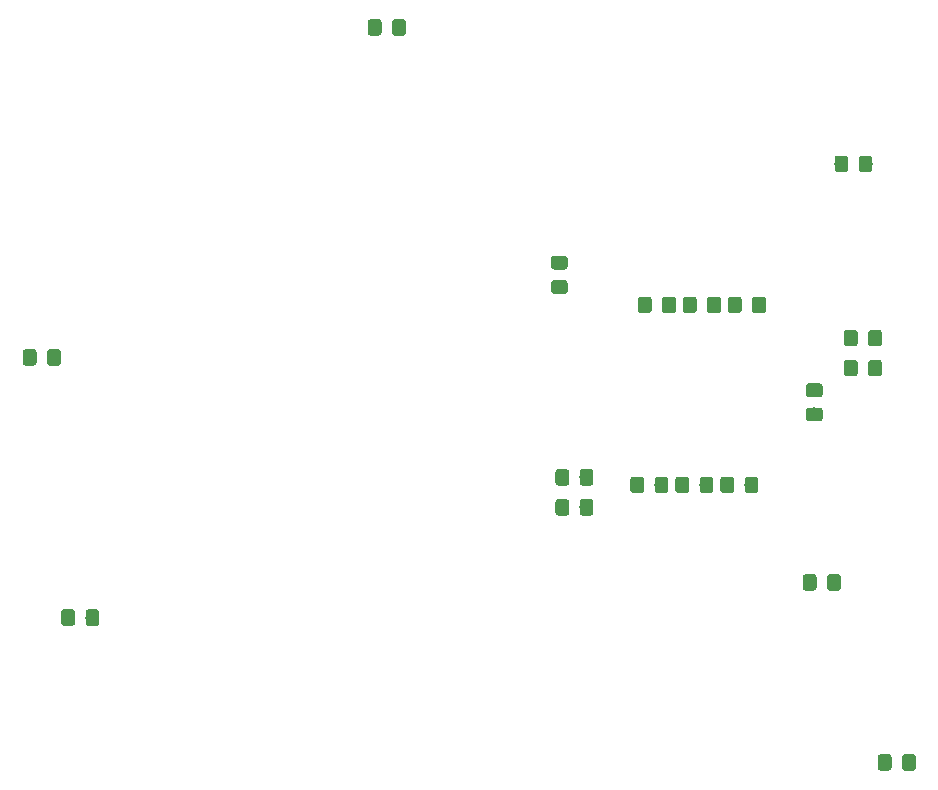
<source format=gbr>
G04 #@! TF.GenerationSoftware,KiCad,Pcbnew,(5.0.2)-1*
G04 #@! TF.CreationDate,2019-09-25T07:06:17-04:00*
G04 #@! TF.ProjectId,Z80_CPU,5a38305f-4350-4552-9e6b-696361645f70,rev?*
G04 #@! TF.SameCoordinates,Original*
G04 #@! TF.FileFunction,Paste,Bot*
G04 #@! TF.FilePolarity,Positive*
%FSLAX46Y46*%
G04 Gerber Fmt 4.6, Leading zero omitted, Abs format (unit mm)*
G04 Created by KiCad (PCBNEW (5.0.2)-1) date 9/25/2019 7:06:17 AM*
%MOMM*%
%LPD*%
G01*
G04 APERTURE LIST*
%ADD10C,0.100000*%
%ADD11C,1.150000*%
G04 APERTURE END LIST*
D10*
G04 #@! TO.C,C1*
G36*
X57744505Y-57086204D02*
X57768773Y-57089804D01*
X57792572Y-57095765D01*
X57815671Y-57104030D01*
X57837850Y-57114520D01*
X57858893Y-57127132D01*
X57878599Y-57141747D01*
X57896777Y-57158223D01*
X57913253Y-57176401D01*
X57927868Y-57196107D01*
X57940480Y-57217150D01*
X57950970Y-57239329D01*
X57959235Y-57262428D01*
X57965196Y-57286227D01*
X57968796Y-57310495D01*
X57970000Y-57334999D01*
X57970000Y-58235001D01*
X57968796Y-58259505D01*
X57965196Y-58283773D01*
X57959235Y-58307572D01*
X57950970Y-58330671D01*
X57940480Y-58352850D01*
X57927868Y-58373893D01*
X57913253Y-58393599D01*
X57896777Y-58411777D01*
X57878599Y-58428253D01*
X57858893Y-58442868D01*
X57837850Y-58455480D01*
X57815671Y-58465970D01*
X57792572Y-58474235D01*
X57768773Y-58480196D01*
X57744505Y-58483796D01*
X57720001Y-58485000D01*
X57069999Y-58485000D01*
X57045495Y-58483796D01*
X57021227Y-58480196D01*
X56997428Y-58474235D01*
X56974329Y-58465970D01*
X56952150Y-58455480D01*
X56931107Y-58442868D01*
X56911401Y-58428253D01*
X56893223Y-58411777D01*
X56876747Y-58393599D01*
X56862132Y-58373893D01*
X56849520Y-58352850D01*
X56839030Y-58330671D01*
X56830765Y-58307572D01*
X56824804Y-58283773D01*
X56821204Y-58259505D01*
X56820000Y-58235001D01*
X56820000Y-57334999D01*
X56821204Y-57310495D01*
X56824804Y-57286227D01*
X56830765Y-57262428D01*
X56839030Y-57239329D01*
X56849520Y-57217150D01*
X56862132Y-57196107D01*
X56876747Y-57176401D01*
X56893223Y-57158223D01*
X56911401Y-57141747D01*
X56931107Y-57127132D01*
X56952150Y-57114520D01*
X56974329Y-57104030D01*
X56997428Y-57095765D01*
X57021227Y-57089804D01*
X57045495Y-57086204D01*
X57069999Y-57085000D01*
X57720001Y-57085000D01*
X57744505Y-57086204D01*
X57744505Y-57086204D01*
G37*
D11*
X57395000Y-57785000D03*
D10*
G36*
X59794505Y-57086204D02*
X59818773Y-57089804D01*
X59842572Y-57095765D01*
X59865671Y-57104030D01*
X59887850Y-57114520D01*
X59908893Y-57127132D01*
X59928599Y-57141747D01*
X59946777Y-57158223D01*
X59963253Y-57176401D01*
X59977868Y-57196107D01*
X59990480Y-57217150D01*
X60000970Y-57239329D01*
X60009235Y-57262428D01*
X60015196Y-57286227D01*
X60018796Y-57310495D01*
X60020000Y-57334999D01*
X60020000Y-58235001D01*
X60018796Y-58259505D01*
X60015196Y-58283773D01*
X60009235Y-58307572D01*
X60000970Y-58330671D01*
X59990480Y-58352850D01*
X59977868Y-58373893D01*
X59963253Y-58393599D01*
X59946777Y-58411777D01*
X59928599Y-58428253D01*
X59908893Y-58442868D01*
X59887850Y-58455480D01*
X59865671Y-58465970D01*
X59842572Y-58474235D01*
X59818773Y-58480196D01*
X59794505Y-58483796D01*
X59770001Y-58485000D01*
X59119999Y-58485000D01*
X59095495Y-58483796D01*
X59071227Y-58480196D01*
X59047428Y-58474235D01*
X59024329Y-58465970D01*
X59002150Y-58455480D01*
X58981107Y-58442868D01*
X58961401Y-58428253D01*
X58943223Y-58411777D01*
X58926747Y-58393599D01*
X58912132Y-58373893D01*
X58899520Y-58352850D01*
X58889030Y-58330671D01*
X58880765Y-58307572D01*
X58874804Y-58283773D01*
X58871204Y-58259505D01*
X58870000Y-58235001D01*
X58870000Y-57334999D01*
X58871204Y-57310495D01*
X58874804Y-57286227D01*
X58880765Y-57262428D01*
X58889030Y-57239329D01*
X58899520Y-57217150D01*
X58912132Y-57196107D01*
X58926747Y-57176401D01*
X58943223Y-57158223D01*
X58961401Y-57141747D01*
X58981107Y-57127132D01*
X59002150Y-57114520D01*
X59024329Y-57104030D01*
X59047428Y-57095765D01*
X59071227Y-57089804D01*
X59095495Y-57086204D01*
X59119999Y-57085000D01*
X59770001Y-57085000D01*
X59794505Y-57086204D01*
X59794505Y-57086204D01*
G37*
D11*
X59445000Y-57785000D03*
G04 #@! TD*
D10*
G04 #@! TO.C,C2*
G36*
X71714505Y-57721204D02*
X71738773Y-57724804D01*
X71762572Y-57730765D01*
X71785671Y-57739030D01*
X71807850Y-57749520D01*
X71828893Y-57762132D01*
X71848599Y-57776747D01*
X71866777Y-57793223D01*
X71883253Y-57811401D01*
X71897868Y-57831107D01*
X71910480Y-57852150D01*
X71920970Y-57874329D01*
X71929235Y-57897428D01*
X71935196Y-57921227D01*
X71938796Y-57945495D01*
X71940000Y-57969999D01*
X71940000Y-58870001D01*
X71938796Y-58894505D01*
X71935196Y-58918773D01*
X71929235Y-58942572D01*
X71920970Y-58965671D01*
X71910480Y-58987850D01*
X71897868Y-59008893D01*
X71883253Y-59028599D01*
X71866777Y-59046777D01*
X71848599Y-59063253D01*
X71828893Y-59077868D01*
X71807850Y-59090480D01*
X71785671Y-59100970D01*
X71762572Y-59109235D01*
X71738773Y-59115196D01*
X71714505Y-59118796D01*
X71690001Y-59120000D01*
X71039999Y-59120000D01*
X71015495Y-59118796D01*
X70991227Y-59115196D01*
X70967428Y-59109235D01*
X70944329Y-59100970D01*
X70922150Y-59090480D01*
X70901107Y-59077868D01*
X70881401Y-59063253D01*
X70863223Y-59046777D01*
X70846747Y-59028599D01*
X70832132Y-59008893D01*
X70819520Y-58987850D01*
X70809030Y-58965671D01*
X70800765Y-58942572D01*
X70794804Y-58918773D01*
X70791204Y-58894505D01*
X70790000Y-58870001D01*
X70790000Y-57969999D01*
X70791204Y-57945495D01*
X70794804Y-57921227D01*
X70800765Y-57897428D01*
X70809030Y-57874329D01*
X70819520Y-57852150D01*
X70832132Y-57831107D01*
X70846747Y-57811401D01*
X70863223Y-57793223D01*
X70881401Y-57776747D01*
X70901107Y-57762132D01*
X70922150Y-57749520D01*
X70944329Y-57739030D01*
X70967428Y-57730765D01*
X70991227Y-57724804D01*
X71015495Y-57721204D01*
X71039999Y-57720000D01*
X71690001Y-57720000D01*
X71714505Y-57721204D01*
X71714505Y-57721204D01*
G37*
D11*
X71365000Y-58420000D03*
D10*
G36*
X73764505Y-57721204D02*
X73788773Y-57724804D01*
X73812572Y-57730765D01*
X73835671Y-57739030D01*
X73857850Y-57749520D01*
X73878893Y-57762132D01*
X73898599Y-57776747D01*
X73916777Y-57793223D01*
X73933253Y-57811401D01*
X73947868Y-57831107D01*
X73960480Y-57852150D01*
X73970970Y-57874329D01*
X73979235Y-57897428D01*
X73985196Y-57921227D01*
X73988796Y-57945495D01*
X73990000Y-57969999D01*
X73990000Y-58870001D01*
X73988796Y-58894505D01*
X73985196Y-58918773D01*
X73979235Y-58942572D01*
X73970970Y-58965671D01*
X73960480Y-58987850D01*
X73947868Y-59008893D01*
X73933253Y-59028599D01*
X73916777Y-59046777D01*
X73898599Y-59063253D01*
X73878893Y-59077868D01*
X73857850Y-59090480D01*
X73835671Y-59100970D01*
X73812572Y-59109235D01*
X73788773Y-59115196D01*
X73764505Y-59118796D01*
X73740001Y-59120000D01*
X73089999Y-59120000D01*
X73065495Y-59118796D01*
X73041227Y-59115196D01*
X73017428Y-59109235D01*
X72994329Y-59100970D01*
X72972150Y-59090480D01*
X72951107Y-59077868D01*
X72931401Y-59063253D01*
X72913223Y-59046777D01*
X72896747Y-59028599D01*
X72882132Y-59008893D01*
X72869520Y-58987850D01*
X72859030Y-58965671D01*
X72850765Y-58942572D01*
X72844804Y-58918773D01*
X72841204Y-58894505D01*
X72840000Y-58870001D01*
X72840000Y-57969999D01*
X72841204Y-57945495D01*
X72844804Y-57921227D01*
X72850765Y-57897428D01*
X72859030Y-57874329D01*
X72869520Y-57852150D01*
X72882132Y-57831107D01*
X72896747Y-57811401D01*
X72913223Y-57793223D01*
X72931401Y-57776747D01*
X72951107Y-57762132D01*
X72972150Y-57749520D01*
X72994329Y-57739030D01*
X73017428Y-57730765D01*
X73041227Y-57724804D01*
X73065495Y-57721204D01*
X73089999Y-57720000D01*
X73740001Y-57720000D01*
X73764505Y-57721204D01*
X73764505Y-57721204D01*
G37*
D11*
X73415000Y-58420000D03*
G04 #@! TD*
D10*
G04 #@! TO.C,C3*
G36*
X72349505Y-42481204D02*
X72373773Y-42484804D01*
X72397572Y-42490765D01*
X72420671Y-42499030D01*
X72442850Y-42509520D01*
X72463893Y-42522132D01*
X72483599Y-42536747D01*
X72501777Y-42553223D01*
X72518253Y-42571401D01*
X72532868Y-42591107D01*
X72545480Y-42612150D01*
X72555970Y-42634329D01*
X72564235Y-42657428D01*
X72570196Y-42681227D01*
X72573796Y-42705495D01*
X72575000Y-42729999D01*
X72575000Y-43630001D01*
X72573796Y-43654505D01*
X72570196Y-43678773D01*
X72564235Y-43702572D01*
X72555970Y-43725671D01*
X72545480Y-43747850D01*
X72532868Y-43768893D01*
X72518253Y-43788599D01*
X72501777Y-43806777D01*
X72483599Y-43823253D01*
X72463893Y-43837868D01*
X72442850Y-43850480D01*
X72420671Y-43860970D01*
X72397572Y-43869235D01*
X72373773Y-43875196D01*
X72349505Y-43878796D01*
X72325001Y-43880000D01*
X71674999Y-43880000D01*
X71650495Y-43878796D01*
X71626227Y-43875196D01*
X71602428Y-43869235D01*
X71579329Y-43860970D01*
X71557150Y-43850480D01*
X71536107Y-43837868D01*
X71516401Y-43823253D01*
X71498223Y-43806777D01*
X71481747Y-43788599D01*
X71467132Y-43768893D01*
X71454520Y-43747850D01*
X71444030Y-43725671D01*
X71435765Y-43702572D01*
X71429804Y-43678773D01*
X71426204Y-43654505D01*
X71425000Y-43630001D01*
X71425000Y-42729999D01*
X71426204Y-42705495D01*
X71429804Y-42681227D01*
X71435765Y-42657428D01*
X71444030Y-42634329D01*
X71454520Y-42612150D01*
X71467132Y-42591107D01*
X71481747Y-42571401D01*
X71498223Y-42553223D01*
X71516401Y-42536747D01*
X71536107Y-42522132D01*
X71557150Y-42509520D01*
X71579329Y-42499030D01*
X71602428Y-42490765D01*
X71626227Y-42484804D01*
X71650495Y-42481204D01*
X71674999Y-42480000D01*
X72325001Y-42480000D01*
X72349505Y-42481204D01*
X72349505Y-42481204D01*
G37*
D11*
X72000000Y-43180000D03*
D10*
G36*
X74399505Y-42481204D02*
X74423773Y-42484804D01*
X74447572Y-42490765D01*
X74470671Y-42499030D01*
X74492850Y-42509520D01*
X74513893Y-42522132D01*
X74533599Y-42536747D01*
X74551777Y-42553223D01*
X74568253Y-42571401D01*
X74582868Y-42591107D01*
X74595480Y-42612150D01*
X74605970Y-42634329D01*
X74614235Y-42657428D01*
X74620196Y-42681227D01*
X74623796Y-42705495D01*
X74625000Y-42729999D01*
X74625000Y-43630001D01*
X74623796Y-43654505D01*
X74620196Y-43678773D01*
X74614235Y-43702572D01*
X74605970Y-43725671D01*
X74595480Y-43747850D01*
X74582868Y-43768893D01*
X74568253Y-43788599D01*
X74551777Y-43806777D01*
X74533599Y-43823253D01*
X74513893Y-43837868D01*
X74492850Y-43850480D01*
X74470671Y-43860970D01*
X74447572Y-43869235D01*
X74423773Y-43875196D01*
X74399505Y-43878796D01*
X74375001Y-43880000D01*
X73724999Y-43880000D01*
X73700495Y-43878796D01*
X73676227Y-43875196D01*
X73652428Y-43869235D01*
X73629329Y-43860970D01*
X73607150Y-43850480D01*
X73586107Y-43837868D01*
X73566401Y-43823253D01*
X73548223Y-43806777D01*
X73531747Y-43788599D01*
X73517132Y-43768893D01*
X73504520Y-43747850D01*
X73494030Y-43725671D01*
X73485765Y-43702572D01*
X73479804Y-43678773D01*
X73476204Y-43654505D01*
X73475000Y-43630001D01*
X73475000Y-42729999D01*
X73476204Y-42705495D01*
X73479804Y-42681227D01*
X73485765Y-42657428D01*
X73494030Y-42634329D01*
X73504520Y-42612150D01*
X73517132Y-42591107D01*
X73531747Y-42571401D01*
X73548223Y-42553223D01*
X73566401Y-42536747D01*
X73586107Y-42522132D01*
X73607150Y-42509520D01*
X73629329Y-42499030D01*
X73652428Y-42490765D01*
X73676227Y-42484804D01*
X73700495Y-42481204D01*
X73724999Y-42480000D01*
X74375001Y-42480000D01*
X74399505Y-42481204D01*
X74399505Y-42481204D01*
G37*
D11*
X74050000Y-43180000D03*
G04 #@! TD*
D10*
G04 #@! TO.C,C4*
G36*
X84228650Y-47845933D02*
X84252918Y-47849533D01*
X84276717Y-47855494D01*
X84299816Y-47863759D01*
X84321995Y-47874249D01*
X84343038Y-47886861D01*
X84362744Y-47901476D01*
X84380922Y-47917952D01*
X84397398Y-47936130D01*
X84412013Y-47955836D01*
X84424625Y-47976879D01*
X84435115Y-47999058D01*
X84443380Y-48022157D01*
X84449341Y-48045956D01*
X84452941Y-48070224D01*
X84454145Y-48094728D01*
X84454145Y-48994730D01*
X84452941Y-49019234D01*
X84449341Y-49043502D01*
X84443380Y-49067301D01*
X84435115Y-49090400D01*
X84424625Y-49112579D01*
X84412013Y-49133622D01*
X84397398Y-49153328D01*
X84380922Y-49171506D01*
X84362744Y-49187982D01*
X84343038Y-49202597D01*
X84321995Y-49215209D01*
X84299816Y-49225699D01*
X84276717Y-49233964D01*
X84252918Y-49239925D01*
X84228650Y-49243525D01*
X84204146Y-49244729D01*
X83554144Y-49244729D01*
X83529640Y-49243525D01*
X83505372Y-49239925D01*
X83481573Y-49233964D01*
X83458474Y-49225699D01*
X83436295Y-49215209D01*
X83415252Y-49202597D01*
X83395546Y-49187982D01*
X83377368Y-49171506D01*
X83360892Y-49153328D01*
X83346277Y-49133622D01*
X83333665Y-49112579D01*
X83323175Y-49090400D01*
X83314910Y-49067301D01*
X83308949Y-49043502D01*
X83305349Y-49019234D01*
X83304145Y-48994730D01*
X83304145Y-48094728D01*
X83305349Y-48070224D01*
X83308949Y-48045956D01*
X83314910Y-48022157D01*
X83323175Y-47999058D01*
X83333665Y-47976879D01*
X83346277Y-47955836D01*
X83360892Y-47936130D01*
X83377368Y-47917952D01*
X83395546Y-47901476D01*
X83415252Y-47886861D01*
X83436295Y-47874249D01*
X83458474Y-47863759D01*
X83481573Y-47855494D01*
X83505372Y-47849533D01*
X83529640Y-47845933D01*
X83554144Y-47844729D01*
X84204146Y-47844729D01*
X84228650Y-47845933D01*
X84228650Y-47845933D01*
G37*
D11*
X83879145Y-48544729D03*
D10*
G36*
X82178650Y-47845933D02*
X82202918Y-47849533D01*
X82226717Y-47855494D01*
X82249816Y-47863759D01*
X82271995Y-47874249D01*
X82293038Y-47886861D01*
X82312744Y-47901476D01*
X82330922Y-47917952D01*
X82347398Y-47936130D01*
X82362013Y-47955836D01*
X82374625Y-47976879D01*
X82385115Y-47999058D01*
X82393380Y-48022157D01*
X82399341Y-48045956D01*
X82402941Y-48070224D01*
X82404145Y-48094728D01*
X82404145Y-48994730D01*
X82402941Y-49019234D01*
X82399341Y-49043502D01*
X82393380Y-49067301D01*
X82385115Y-49090400D01*
X82374625Y-49112579D01*
X82362013Y-49133622D01*
X82347398Y-49153328D01*
X82330922Y-49171506D01*
X82312744Y-49187982D01*
X82293038Y-49202597D01*
X82271995Y-49215209D01*
X82249816Y-49225699D01*
X82226717Y-49233964D01*
X82202918Y-49239925D01*
X82178650Y-49243525D01*
X82154146Y-49244729D01*
X81504144Y-49244729D01*
X81479640Y-49243525D01*
X81455372Y-49239925D01*
X81431573Y-49233964D01*
X81408474Y-49225699D01*
X81386295Y-49215209D01*
X81365252Y-49202597D01*
X81345546Y-49187982D01*
X81327368Y-49171506D01*
X81310892Y-49153328D01*
X81296277Y-49133622D01*
X81283665Y-49112579D01*
X81273175Y-49090400D01*
X81264910Y-49067301D01*
X81258949Y-49043502D01*
X81255349Y-49019234D01*
X81254145Y-48994730D01*
X81254145Y-48094728D01*
X81255349Y-48070224D01*
X81258949Y-48045956D01*
X81264910Y-48022157D01*
X81273175Y-47999058D01*
X81283665Y-47976879D01*
X81296277Y-47955836D01*
X81310892Y-47936130D01*
X81327368Y-47917952D01*
X81345546Y-47901476D01*
X81365252Y-47886861D01*
X81386295Y-47874249D01*
X81408474Y-47863759D01*
X81431573Y-47855494D01*
X81455372Y-47849533D01*
X81479640Y-47845933D01*
X81504144Y-47844729D01*
X82154146Y-47844729D01*
X82178650Y-47845933D01*
X82178650Y-47845933D01*
G37*
D11*
X81829145Y-48544729D03*
G04 #@! TD*
D10*
G04 #@! TO.C,C5*
G36*
X79214505Y-51886204D02*
X79238773Y-51889804D01*
X79262572Y-51895765D01*
X79285671Y-51904030D01*
X79307850Y-51914520D01*
X79328893Y-51927132D01*
X79348599Y-51941747D01*
X79366777Y-51958223D01*
X79383253Y-51976401D01*
X79397868Y-51996107D01*
X79410480Y-52017150D01*
X79420970Y-52039329D01*
X79429235Y-52062428D01*
X79435196Y-52086227D01*
X79438796Y-52110495D01*
X79440000Y-52134999D01*
X79440000Y-52785001D01*
X79438796Y-52809505D01*
X79435196Y-52833773D01*
X79429235Y-52857572D01*
X79420970Y-52880671D01*
X79410480Y-52902850D01*
X79397868Y-52923893D01*
X79383253Y-52943599D01*
X79366777Y-52961777D01*
X79348599Y-52978253D01*
X79328893Y-52992868D01*
X79307850Y-53005480D01*
X79285671Y-53015970D01*
X79262572Y-53024235D01*
X79238773Y-53030196D01*
X79214505Y-53033796D01*
X79190001Y-53035000D01*
X78289999Y-53035000D01*
X78265495Y-53033796D01*
X78241227Y-53030196D01*
X78217428Y-53024235D01*
X78194329Y-53015970D01*
X78172150Y-53005480D01*
X78151107Y-52992868D01*
X78131401Y-52978253D01*
X78113223Y-52961777D01*
X78096747Y-52943599D01*
X78082132Y-52923893D01*
X78069520Y-52902850D01*
X78059030Y-52880671D01*
X78050765Y-52857572D01*
X78044804Y-52833773D01*
X78041204Y-52809505D01*
X78040000Y-52785001D01*
X78040000Y-52134999D01*
X78041204Y-52110495D01*
X78044804Y-52086227D01*
X78050765Y-52062428D01*
X78059030Y-52039329D01*
X78069520Y-52017150D01*
X78082132Y-51996107D01*
X78096747Y-51976401D01*
X78113223Y-51958223D01*
X78131401Y-51941747D01*
X78151107Y-51927132D01*
X78172150Y-51914520D01*
X78194329Y-51904030D01*
X78217428Y-51895765D01*
X78241227Y-51889804D01*
X78265495Y-51886204D01*
X78289999Y-51885000D01*
X79190001Y-51885000D01*
X79214505Y-51886204D01*
X79214505Y-51886204D01*
G37*
D11*
X78740000Y-52460000D03*
D10*
G36*
X79214505Y-49836204D02*
X79238773Y-49839804D01*
X79262572Y-49845765D01*
X79285671Y-49854030D01*
X79307850Y-49864520D01*
X79328893Y-49877132D01*
X79348599Y-49891747D01*
X79366777Y-49908223D01*
X79383253Y-49926401D01*
X79397868Y-49946107D01*
X79410480Y-49967150D01*
X79420970Y-49989329D01*
X79429235Y-50012428D01*
X79435196Y-50036227D01*
X79438796Y-50060495D01*
X79440000Y-50084999D01*
X79440000Y-50735001D01*
X79438796Y-50759505D01*
X79435196Y-50783773D01*
X79429235Y-50807572D01*
X79420970Y-50830671D01*
X79410480Y-50852850D01*
X79397868Y-50873893D01*
X79383253Y-50893599D01*
X79366777Y-50911777D01*
X79348599Y-50928253D01*
X79328893Y-50942868D01*
X79307850Y-50955480D01*
X79285671Y-50965970D01*
X79262572Y-50974235D01*
X79238773Y-50980196D01*
X79214505Y-50983796D01*
X79190001Y-50985000D01*
X78289999Y-50985000D01*
X78265495Y-50983796D01*
X78241227Y-50980196D01*
X78217428Y-50974235D01*
X78194329Y-50965970D01*
X78172150Y-50955480D01*
X78151107Y-50942868D01*
X78131401Y-50928253D01*
X78113223Y-50911777D01*
X78096747Y-50893599D01*
X78082132Y-50873893D01*
X78069520Y-50852850D01*
X78059030Y-50830671D01*
X78050765Y-50807572D01*
X78044804Y-50783773D01*
X78041204Y-50759505D01*
X78040000Y-50735001D01*
X78040000Y-50084999D01*
X78041204Y-50060495D01*
X78044804Y-50036227D01*
X78050765Y-50012428D01*
X78059030Y-49989329D01*
X78069520Y-49967150D01*
X78082132Y-49946107D01*
X78096747Y-49926401D01*
X78113223Y-49908223D01*
X78131401Y-49891747D01*
X78151107Y-49877132D01*
X78172150Y-49864520D01*
X78194329Y-49854030D01*
X78217428Y-49845765D01*
X78241227Y-49839804D01*
X78265495Y-49836204D01*
X78289999Y-49835000D01*
X79190001Y-49835000D01*
X79214505Y-49836204D01*
X79214505Y-49836204D01*
G37*
D11*
X78740000Y-50410000D03*
G04 #@! TD*
D10*
G04 #@! TO.C,C6*
G36*
X17957005Y-68960704D02*
X17981273Y-68964304D01*
X18005072Y-68970265D01*
X18028171Y-68978530D01*
X18050350Y-68989020D01*
X18071393Y-69001632D01*
X18091099Y-69016247D01*
X18109277Y-69032723D01*
X18125753Y-69050901D01*
X18140368Y-69070607D01*
X18152980Y-69091650D01*
X18163470Y-69113829D01*
X18171735Y-69136928D01*
X18177696Y-69160727D01*
X18181296Y-69184995D01*
X18182500Y-69209499D01*
X18182500Y-70109501D01*
X18181296Y-70134005D01*
X18177696Y-70158273D01*
X18171735Y-70182072D01*
X18163470Y-70205171D01*
X18152980Y-70227350D01*
X18140368Y-70248393D01*
X18125753Y-70268099D01*
X18109277Y-70286277D01*
X18091099Y-70302753D01*
X18071393Y-70317368D01*
X18050350Y-70329980D01*
X18028171Y-70340470D01*
X18005072Y-70348735D01*
X17981273Y-70354696D01*
X17957005Y-70358296D01*
X17932501Y-70359500D01*
X17282499Y-70359500D01*
X17257995Y-70358296D01*
X17233727Y-70354696D01*
X17209928Y-70348735D01*
X17186829Y-70340470D01*
X17164650Y-70329980D01*
X17143607Y-70317368D01*
X17123901Y-70302753D01*
X17105723Y-70286277D01*
X17089247Y-70268099D01*
X17074632Y-70248393D01*
X17062020Y-70227350D01*
X17051530Y-70205171D01*
X17043265Y-70182072D01*
X17037304Y-70158273D01*
X17033704Y-70134005D01*
X17032500Y-70109501D01*
X17032500Y-69209499D01*
X17033704Y-69184995D01*
X17037304Y-69160727D01*
X17043265Y-69136928D01*
X17051530Y-69113829D01*
X17062020Y-69091650D01*
X17074632Y-69070607D01*
X17089247Y-69050901D01*
X17105723Y-69032723D01*
X17123901Y-69016247D01*
X17143607Y-69001632D01*
X17164650Y-68989020D01*
X17186829Y-68978530D01*
X17209928Y-68970265D01*
X17233727Y-68964304D01*
X17257995Y-68960704D01*
X17282499Y-68959500D01*
X17932501Y-68959500D01*
X17957005Y-68960704D01*
X17957005Y-68960704D01*
G37*
D11*
X17607500Y-69659500D03*
D10*
G36*
X15907005Y-68960704D02*
X15931273Y-68964304D01*
X15955072Y-68970265D01*
X15978171Y-68978530D01*
X16000350Y-68989020D01*
X16021393Y-69001632D01*
X16041099Y-69016247D01*
X16059277Y-69032723D01*
X16075753Y-69050901D01*
X16090368Y-69070607D01*
X16102980Y-69091650D01*
X16113470Y-69113829D01*
X16121735Y-69136928D01*
X16127696Y-69160727D01*
X16131296Y-69184995D01*
X16132500Y-69209499D01*
X16132500Y-70109501D01*
X16131296Y-70134005D01*
X16127696Y-70158273D01*
X16121735Y-70182072D01*
X16113470Y-70205171D01*
X16102980Y-70227350D01*
X16090368Y-70248393D01*
X16075753Y-70268099D01*
X16059277Y-70286277D01*
X16041099Y-70302753D01*
X16021393Y-70317368D01*
X16000350Y-70329980D01*
X15978171Y-70340470D01*
X15955072Y-70348735D01*
X15931273Y-70354696D01*
X15907005Y-70358296D01*
X15882501Y-70359500D01*
X15232499Y-70359500D01*
X15207995Y-70358296D01*
X15183727Y-70354696D01*
X15159928Y-70348735D01*
X15136829Y-70340470D01*
X15114650Y-70329980D01*
X15093607Y-70317368D01*
X15073901Y-70302753D01*
X15055723Y-70286277D01*
X15039247Y-70268099D01*
X15024632Y-70248393D01*
X15012020Y-70227350D01*
X15001530Y-70205171D01*
X14993265Y-70182072D01*
X14987304Y-70158273D01*
X14983704Y-70134005D01*
X14982500Y-70109501D01*
X14982500Y-69209499D01*
X14983704Y-69184995D01*
X14987304Y-69160727D01*
X14993265Y-69136928D01*
X15001530Y-69113829D01*
X15012020Y-69091650D01*
X15024632Y-69070607D01*
X15039247Y-69050901D01*
X15055723Y-69032723D01*
X15073901Y-69016247D01*
X15093607Y-69001632D01*
X15114650Y-68989020D01*
X15136829Y-68978530D01*
X15159928Y-68970265D01*
X15183727Y-68964304D01*
X15207995Y-68960704D01*
X15232499Y-68959500D01*
X15882501Y-68959500D01*
X15907005Y-68960704D01*
X15907005Y-68960704D01*
G37*
D11*
X15557500Y-69659500D03*
G04 #@! TD*
D10*
G04 #@! TO.C,C9*
G36*
X64094505Y-57721204D02*
X64118773Y-57724804D01*
X64142572Y-57730765D01*
X64165671Y-57739030D01*
X64187850Y-57749520D01*
X64208893Y-57762132D01*
X64228599Y-57776747D01*
X64246777Y-57793223D01*
X64263253Y-57811401D01*
X64277868Y-57831107D01*
X64290480Y-57852150D01*
X64300970Y-57874329D01*
X64309235Y-57897428D01*
X64315196Y-57921227D01*
X64318796Y-57945495D01*
X64320000Y-57969999D01*
X64320000Y-58870001D01*
X64318796Y-58894505D01*
X64315196Y-58918773D01*
X64309235Y-58942572D01*
X64300970Y-58965671D01*
X64290480Y-58987850D01*
X64277868Y-59008893D01*
X64263253Y-59028599D01*
X64246777Y-59046777D01*
X64228599Y-59063253D01*
X64208893Y-59077868D01*
X64187850Y-59090480D01*
X64165671Y-59100970D01*
X64142572Y-59109235D01*
X64118773Y-59115196D01*
X64094505Y-59118796D01*
X64070001Y-59120000D01*
X63419999Y-59120000D01*
X63395495Y-59118796D01*
X63371227Y-59115196D01*
X63347428Y-59109235D01*
X63324329Y-59100970D01*
X63302150Y-59090480D01*
X63281107Y-59077868D01*
X63261401Y-59063253D01*
X63243223Y-59046777D01*
X63226747Y-59028599D01*
X63212132Y-59008893D01*
X63199520Y-58987850D01*
X63189030Y-58965671D01*
X63180765Y-58942572D01*
X63174804Y-58918773D01*
X63171204Y-58894505D01*
X63170000Y-58870001D01*
X63170000Y-57969999D01*
X63171204Y-57945495D01*
X63174804Y-57921227D01*
X63180765Y-57897428D01*
X63189030Y-57874329D01*
X63199520Y-57852150D01*
X63212132Y-57831107D01*
X63226747Y-57811401D01*
X63243223Y-57793223D01*
X63261401Y-57776747D01*
X63281107Y-57762132D01*
X63302150Y-57749520D01*
X63324329Y-57739030D01*
X63347428Y-57730765D01*
X63371227Y-57724804D01*
X63395495Y-57721204D01*
X63419999Y-57720000D01*
X64070001Y-57720000D01*
X64094505Y-57721204D01*
X64094505Y-57721204D01*
G37*
D11*
X63745000Y-58420000D03*
D10*
G36*
X66144505Y-57721204D02*
X66168773Y-57724804D01*
X66192572Y-57730765D01*
X66215671Y-57739030D01*
X66237850Y-57749520D01*
X66258893Y-57762132D01*
X66278599Y-57776747D01*
X66296777Y-57793223D01*
X66313253Y-57811401D01*
X66327868Y-57831107D01*
X66340480Y-57852150D01*
X66350970Y-57874329D01*
X66359235Y-57897428D01*
X66365196Y-57921227D01*
X66368796Y-57945495D01*
X66370000Y-57969999D01*
X66370000Y-58870001D01*
X66368796Y-58894505D01*
X66365196Y-58918773D01*
X66359235Y-58942572D01*
X66350970Y-58965671D01*
X66340480Y-58987850D01*
X66327868Y-59008893D01*
X66313253Y-59028599D01*
X66296777Y-59046777D01*
X66278599Y-59063253D01*
X66258893Y-59077868D01*
X66237850Y-59090480D01*
X66215671Y-59100970D01*
X66192572Y-59109235D01*
X66168773Y-59115196D01*
X66144505Y-59118796D01*
X66120001Y-59120000D01*
X65469999Y-59120000D01*
X65445495Y-59118796D01*
X65421227Y-59115196D01*
X65397428Y-59109235D01*
X65374329Y-59100970D01*
X65352150Y-59090480D01*
X65331107Y-59077868D01*
X65311401Y-59063253D01*
X65293223Y-59046777D01*
X65276747Y-59028599D01*
X65262132Y-59008893D01*
X65249520Y-58987850D01*
X65239030Y-58965671D01*
X65230765Y-58942572D01*
X65224804Y-58918773D01*
X65221204Y-58894505D01*
X65220000Y-58870001D01*
X65220000Y-57969999D01*
X65221204Y-57945495D01*
X65224804Y-57921227D01*
X65230765Y-57897428D01*
X65239030Y-57874329D01*
X65249520Y-57852150D01*
X65262132Y-57831107D01*
X65276747Y-57811401D01*
X65293223Y-57793223D01*
X65311401Y-57776747D01*
X65331107Y-57762132D01*
X65352150Y-57749520D01*
X65374329Y-57739030D01*
X65397428Y-57730765D01*
X65421227Y-57724804D01*
X65445495Y-57721204D01*
X65469999Y-57720000D01*
X66120001Y-57720000D01*
X66144505Y-57721204D01*
X66144505Y-57721204D01*
G37*
D11*
X65795000Y-58420000D03*
G04 #@! TD*
D10*
G04 #@! TO.C,C10*
G36*
X14709505Y-46926204D02*
X14733773Y-46929804D01*
X14757572Y-46935765D01*
X14780671Y-46944030D01*
X14802850Y-46954520D01*
X14823893Y-46967132D01*
X14843599Y-46981747D01*
X14861777Y-46998223D01*
X14878253Y-47016401D01*
X14892868Y-47036107D01*
X14905480Y-47057150D01*
X14915970Y-47079329D01*
X14924235Y-47102428D01*
X14930196Y-47126227D01*
X14933796Y-47150495D01*
X14935000Y-47174999D01*
X14935000Y-48075001D01*
X14933796Y-48099505D01*
X14930196Y-48123773D01*
X14924235Y-48147572D01*
X14915970Y-48170671D01*
X14905480Y-48192850D01*
X14892868Y-48213893D01*
X14878253Y-48233599D01*
X14861777Y-48251777D01*
X14843599Y-48268253D01*
X14823893Y-48282868D01*
X14802850Y-48295480D01*
X14780671Y-48305970D01*
X14757572Y-48314235D01*
X14733773Y-48320196D01*
X14709505Y-48323796D01*
X14685001Y-48325000D01*
X14034999Y-48325000D01*
X14010495Y-48323796D01*
X13986227Y-48320196D01*
X13962428Y-48314235D01*
X13939329Y-48305970D01*
X13917150Y-48295480D01*
X13896107Y-48282868D01*
X13876401Y-48268253D01*
X13858223Y-48251777D01*
X13841747Y-48233599D01*
X13827132Y-48213893D01*
X13814520Y-48192850D01*
X13804030Y-48170671D01*
X13795765Y-48147572D01*
X13789804Y-48123773D01*
X13786204Y-48099505D01*
X13785000Y-48075001D01*
X13785000Y-47174999D01*
X13786204Y-47150495D01*
X13789804Y-47126227D01*
X13795765Y-47102428D01*
X13804030Y-47079329D01*
X13814520Y-47057150D01*
X13827132Y-47036107D01*
X13841747Y-47016401D01*
X13858223Y-46998223D01*
X13876401Y-46981747D01*
X13896107Y-46967132D01*
X13917150Y-46954520D01*
X13939329Y-46944030D01*
X13962428Y-46935765D01*
X13986227Y-46929804D01*
X14010495Y-46926204D01*
X14034999Y-46925000D01*
X14685001Y-46925000D01*
X14709505Y-46926204D01*
X14709505Y-46926204D01*
G37*
D11*
X14360000Y-47625000D03*
D10*
G36*
X12659505Y-46926204D02*
X12683773Y-46929804D01*
X12707572Y-46935765D01*
X12730671Y-46944030D01*
X12752850Y-46954520D01*
X12773893Y-46967132D01*
X12793599Y-46981747D01*
X12811777Y-46998223D01*
X12828253Y-47016401D01*
X12842868Y-47036107D01*
X12855480Y-47057150D01*
X12865970Y-47079329D01*
X12874235Y-47102428D01*
X12880196Y-47126227D01*
X12883796Y-47150495D01*
X12885000Y-47174999D01*
X12885000Y-48075001D01*
X12883796Y-48099505D01*
X12880196Y-48123773D01*
X12874235Y-48147572D01*
X12865970Y-48170671D01*
X12855480Y-48192850D01*
X12842868Y-48213893D01*
X12828253Y-48233599D01*
X12811777Y-48251777D01*
X12793599Y-48268253D01*
X12773893Y-48282868D01*
X12752850Y-48295480D01*
X12730671Y-48305970D01*
X12707572Y-48314235D01*
X12683773Y-48320196D01*
X12659505Y-48323796D01*
X12635001Y-48325000D01*
X11984999Y-48325000D01*
X11960495Y-48323796D01*
X11936227Y-48320196D01*
X11912428Y-48314235D01*
X11889329Y-48305970D01*
X11867150Y-48295480D01*
X11846107Y-48282868D01*
X11826401Y-48268253D01*
X11808223Y-48251777D01*
X11791747Y-48233599D01*
X11777132Y-48213893D01*
X11764520Y-48192850D01*
X11754030Y-48170671D01*
X11745765Y-48147572D01*
X11739804Y-48123773D01*
X11736204Y-48099505D01*
X11735000Y-48075001D01*
X11735000Y-47174999D01*
X11736204Y-47150495D01*
X11739804Y-47126227D01*
X11745765Y-47102428D01*
X11754030Y-47079329D01*
X11764520Y-47057150D01*
X11777132Y-47036107D01*
X11791747Y-47016401D01*
X11808223Y-46998223D01*
X11826401Y-46981747D01*
X11846107Y-46967132D01*
X11867150Y-46954520D01*
X11889329Y-46944030D01*
X11912428Y-46935765D01*
X11936227Y-46929804D01*
X11960495Y-46926204D01*
X11984999Y-46925000D01*
X12635001Y-46925000D01*
X12659505Y-46926204D01*
X12659505Y-46926204D01*
G37*
D11*
X12310000Y-47625000D03*
G04 #@! TD*
D10*
G04 #@! TO.C,C11*
G36*
X78699505Y-65976204D02*
X78723773Y-65979804D01*
X78747572Y-65985765D01*
X78770671Y-65994030D01*
X78792850Y-66004520D01*
X78813893Y-66017132D01*
X78833599Y-66031747D01*
X78851777Y-66048223D01*
X78868253Y-66066401D01*
X78882868Y-66086107D01*
X78895480Y-66107150D01*
X78905970Y-66129329D01*
X78914235Y-66152428D01*
X78920196Y-66176227D01*
X78923796Y-66200495D01*
X78925000Y-66224999D01*
X78925000Y-67125001D01*
X78923796Y-67149505D01*
X78920196Y-67173773D01*
X78914235Y-67197572D01*
X78905970Y-67220671D01*
X78895480Y-67242850D01*
X78882868Y-67263893D01*
X78868253Y-67283599D01*
X78851777Y-67301777D01*
X78833599Y-67318253D01*
X78813893Y-67332868D01*
X78792850Y-67345480D01*
X78770671Y-67355970D01*
X78747572Y-67364235D01*
X78723773Y-67370196D01*
X78699505Y-67373796D01*
X78675001Y-67375000D01*
X78024999Y-67375000D01*
X78000495Y-67373796D01*
X77976227Y-67370196D01*
X77952428Y-67364235D01*
X77929329Y-67355970D01*
X77907150Y-67345480D01*
X77886107Y-67332868D01*
X77866401Y-67318253D01*
X77848223Y-67301777D01*
X77831747Y-67283599D01*
X77817132Y-67263893D01*
X77804520Y-67242850D01*
X77794030Y-67220671D01*
X77785765Y-67197572D01*
X77779804Y-67173773D01*
X77776204Y-67149505D01*
X77775000Y-67125001D01*
X77775000Y-66224999D01*
X77776204Y-66200495D01*
X77779804Y-66176227D01*
X77785765Y-66152428D01*
X77794030Y-66129329D01*
X77804520Y-66107150D01*
X77817132Y-66086107D01*
X77831747Y-66066401D01*
X77848223Y-66048223D01*
X77866401Y-66031747D01*
X77886107Y-66017132D01*
X77907150Y-66004520D01*
X77929329Y-65994030D01*
X77952428Y-65985765D01*
X77976227Y-65979804D01*
X78000495Y-65976204D01*
X78024999Y-65975000D01*
X78675001Y-65975000D01*
X78699505Y-65976204D01*
X78699505Y-65976204D01*
G37*
D11*
X78350000Y-66675000D03*
D10*
G36*
X80749505Y-65976204D02*
X80773773Y-65979804D01*
X80797572Y-65985765D01*
X80820671Y-65994030D01*
X80842850Y-66004520D01*
X80863893Y-66017132D01*
X80883599Y-66031747D01*
X80901777Y-66048223D01*
X80918253Y-66066401D01*
X80932868Y-66086107D01*
X80945480Y-66107150D01*
X80955970Y-66129329D01*
X80964235Y-66152428D01*
X80970196Y-66176227D01*
X80973796Y-66200495D01*
X80975000Y-66224999D01*
X80975000Y-67125001D01*
X80973796Y-67149505D01*
X80970196Y-67173773D01*
X80964235Y-67197572D01*
X80955970Y-67220671D01*
X80945480Y-67242850D01*
X80932868Y-67263893D01*
X80918253Y-67283599D01*
X80901777Y-67301777D01*
X80883599Y-67318253D01*
X80863893Y-67332868D01*
X80842850Y-67345480D01*
X80820671Y-67355970D01*
X80797572Y-67364235D01*
X80773773Y-67370196D01*
X80749505Y-67373796D01*
X80725001Y-67375000D01*
X80074999Y-67375000D01*
X80050495Y-67373796D01*
X80026227Y-67370196D01*
X80002428Y-67364235D01*
X79979329Y-67355970D01*
X79957150Y-67345480D01*
X79936107Y-67332868D01*
X79916401Y-67318253D01*
X79898223Y-67301777D01*
X79881747Y-67283599D01*
X79867132Y-67263893D01*
X79854520Y-67242850D01*
X79844030Y-67220671D01*
X79835765Y-67197572D01*
X79829804Y-67173773D01*
X79826204Y-67149505D01*
X79825000Y-67125001D01*
X79825000Y-66224999D01*
X79826204Y-66200495D01*
X79829804Y-66176227D01*
X79835765Y-66152428D01*
X79844030Y-66129329D01*
X79854520Y-66107150D01*
X79867132Y-66086107D01*
X79881747Y-66066401D01*
X79898223Y-66048223D01*
X79916401Y-66031747D01*
X79936107Y-66017132D01*
X79957150Y-66004520D01*
X79979329Y-65994030D01*
X80002428Y-65985765D01*
X80026227Y-65979804D01*
X80050495Y-65976204D01*
X80074999Y-65975000D01*
X80725001Y-65975000D01*
X80749505Y-65976204D01*
X80749505Y-65976204D01*
G37*
D11*
X80400000Y-66675000D03*
G04 #@! TD*
D10*
G04 #@! TO.C,C12*
G36*
X66779505Y-42481204D02*
X66803773Y-42484804D01*
X66827572Y-42490765D01*
X66850671Y-42499030D01*
X66872850Y-42509520D01*
X66893893Y-42522132D01*
X66913599Y-42536747D01*
X66931777Y-42553223D01*
X66948253Y-42571401D01*
X66962868Y-42591107D01*
X66975480Y-42612150D01*
X66985970Y-42634329D01*
X66994235Y-42657428D01*
X67000196Y-42681227D01*
X67003796Y-42705495D01*
X67005000Y-42729999D01*
X67005000Y-43630001D01*
X67003796Y-43654505D01*
X67000196Y-43678773D01*
X66994235Y-43702572D01*
X66985970Y-43725671D01*
X66975480Y-43747850D01*
X66962868Y-43768893D01*
X66948253Y-43788599D01*
X66931777Y-43806777D01*
X66913599Y-43823253D01*
X66893893Y-43837868D01*
X66872850Y-43850480D01*
X66850671Y-43860970D01*
X66827572Y-43869235D01*
X66803773Y-43875196D01*
X66779505Y-43878796D01*
X66755001Y-43880000D01*
X66104999Y-43880000D01*
X66080495Y-43878796D01*
X66056227Y-43875196D01*
X66032428Y-43869235D01*
X66009329Y-43860970D01*
X65987150Y-43850480D01*
X65966107Y-43837868D01*
X65946401Y-43823253D01*
X65928223Y-43806777D01*
X65911747Y-43788599D01*
X65897132Y-43768893D01*
X65884520Y-43747850D01*
X65874030Y-43725671D01*
X65865765Y-43702572D01*
X65859804Y-43678773D01*
X65856204Y-43654505D01*
X65855000Y-43630001D01*
X65855000Y-42729999D01*
X65856204Y-42705495D01*
X65859804Y-42681227D01*
X65865765Y-42657428D01*
X65874030Y-42634329D01*
X65884520Y-42612150D01*
X65897132Y-42591107D01*
X65911747Y-42571401D01*
X65928223Y-42553223D01*
X65946401Y-42536747D01*
X65966107Y-42522132D01*
X65987150Y-42509520D01*
X66009329Y-42499030D01*
X66032428Y-42490765D01*
X66056227Y-42484804D01*
X66080495Y-42481204D01*
X66104999Y-42480000D01*
X66755001Y-42480000D01*
X66779505Y-42481204D01*
X66779505Y-42481204D01*
G37*
D11*
X66430000Y-43180000D03*
D10*
G36*
X64729505Y-42481204D02*
X64753773Y-42484804D01*
X64777572Y-42490765D01*
X64800671Y-42499030D01*
X64822850Y-42509520D01*
X64843893Y-42522132D01*
X64863599Y-42536747D01*
X64881777Y-42553223D01*
X64898253Y-42571401D01*
X64912868Y-42591107D01*
X64925480Y-42612150D01*
X64935970Y-42634329D01*
X64944235Y-42657428D01*
X64950196Y-42681227D01*
X64953796Y-42705495D01*
X64955000Y-42729999D01*
X64955000Y-43630001D01*
X64953796Y-43654505D01*
X64950196Y-43678773D01*
X64944235Y-43702572D01*
X64935970Y-43725671D01*
X64925480Y-43747850D01*
X64912868Y-43768893D01*
X64898253Y-43788599D01*
X64881777Y-43806777D01*
X64863599Y-43823253D01*
X64843893Y-43837868D01*
X64822850Y-43850480D01*
X64800671Y-43860970D01*
X64777572Y-43869235D01*
X64753773Y-43875196D01*
X64729505Y-43878796D01*
X64705001Y-43880000D01*
X64054999Y-43880000D01*
X64030495Y-43878796D01*
X64006227Y-43875196D01*
X63982428Y-43869235D01*
X63959329Y-43860970D01*
X63937150Y-43850480D01*
X63916107Y-43837868D01*
X63896401Y-43823253D01*
X63878223Y-43806777D01*
X63861747Y-43788599D01*
X63847132Y-43768893D01*
X63834520Y-43747850D01*
X63824030Y-43725671D01*
X63815765Y-43702572D01*
X63809804Y-43678773D01*
X63806204Y-43654505D01*
X63805000Y-43630001D01*
X63805000Y-42729999D01*
X63806204Y-42705495D01*
X63809804Y-42681227D01*
X63815765Y-42657428D01*
X63824030Y-42634329D01*
X63834520Y-42612150D01*
X63847132Y-42591107D01*
X63861747Y-42571401D01*
X63878223Y-42553223D01*
X63896401Y-42536747D01*
X63916107Y-42522132D01*
X63937150Y-42509520D01*
X63959329Y-42499030D01*
X63982428Y-42490765D01*
X64006227Y-42484804D01*
X64030495Y-42481204D01*
X64054999Y-42480000D01*
X64705001Y-42480000D01*
X64729505Y-42481204D01*
X64729505Y-42481204D01*
G37*
D11*
X64380000Y-43180000D03*
G04 #@! TD*
D10*
G04 #@! TO.C,C13*
G36*
X43919505Y-18986204D02*
X43943773Y-18989804D01*
X43967572Y-18995765D01*
X43990671Y-19004030D01*
X44012850Y-19014520D01*
X44033893Y-19027132D01*
X44053599Y-19041747D01*
X44071777Y-19058223D01*
X44088253Y-19076401D01*
X44102868Y-19096107D01*
X44115480Y-19117150D01*
X44125970Y-19139329D01*
X44134235Y-19162428D01*
X44140196Y-19186227D01*
X44143796Y-19210495D01*
X44145000Y-19234999D01*
X44145000Y-20135001D01*
X44143796Y-20159505D01*
X44140196Y-20183773D01*
X44134235Y-20207572D01*
X44125970Y-20230671D01*
X44115480Y-20252850D01*
X44102868Y-20273893D01*
X44088253Y-20293599D01*
X44071777Y-20311777D01*
X44053599Y-20328253D01*
X44033893Y-20342868D01*
X44012850Y-20355480D01*
X43990671Y-20365970D01*
X43967572Y-20374235D01*
X43943773Y-20380196D01*
X43919505Y-20383796D01*
X43895001Y-20385000D01*
X43244999Y-20385000D01*
X43220495Y-20383796D01*
X43196227Y-20380196D01*
X43172428Y-20374235D01*
X43149329Y-20365970D01*
X43127150Y-20355480D01*
X43106107Y-20342868D01*
X43086401Y-20328253D01*
X43068223Y-20311777D01*
X43051747Y-20293599D01*
X43037132Y-20273893D01*
X43024520Y-20252850D01*
X43014030Y-20230671D01*
X43005765Y-20207572D01*
X42999804Y-20183773D01*
X42996204Y-20159505D01*
X42995000Y-20135001D01*
X42995000Y-19234999D01*
X42996204Y-19210495D01*
X42999804Y-19186227D01*
X43005765Y-19162428D01*
X43014030Y-19139329D01*
X43024520Y-19117150D01*
X43037132Y-19096107D01*
X43051747Y-19076401D01*
X43068223Y-19058223D01*
X43086401Y-19041747D01*
X43106107Y-19027132D01*
X43127150Y-19014520D01*
X43149329Y-19004030D01*
X43172428Y-18995765D01*
X43196227Y-18989804D01*
X43220495Y-18986204D01*
X43244999Y-18985000D01*
X43895001Y-18985000D01*
X43919505Y-18986204D01*
X43919505Y-18986204D01*
G37*
D11*
X43570000Y-19685000D03*
D10*
G36*
X41869505Y-18986204D02*
X41893773Y-18989804D01*
X41917572Y-18995765D01*
X41940671Y-19004030D01*
X41962850Y-19014520D01*
X41983893Y-19027132D01*
X42003599Y-19041747D01*
X42021777Y-19058223D01*
X42038253Y-19076401D01*
X42052868Y-19096107D01*
X42065480Y-19117150D01*
X42075970Y-19139329D01*
X42084235Y-19162428D01*
X42090196Y-19186227D01*
X42093796Y-19210495D01*
X42095000Y-19234999D01*
X42095000Y-20135001D01*
X42093796Y-20159505D01*
X42090196Y-20183773D01*
X42084235Y-20207572D01*
X42075970Y-20230671D01*
X42065480Y-20252850D01*
X42052868Y-20273893D01*
X42038253Y-20293599D01*
X42021777Y-20311777D01*
X42003599Y-20328253D01*
X41983893Y-20342868D01*
X41962850Y-20355480D01*
X41940671Y-20365970D01*
X41917572Y-20374235D01*
X41893773Y-20380196D01*
X41869505Y-20383796D01*
X41845001Y-20385000D01*
X41194999Y-20385000D01*
X41170495Y-20383796D01*
X41146227Y-20380196D01*
X41122428Y-20374235D01*
X41099329Y-20365970D01*
X41077150Y-20355480D01*
X41056107Y-20342868D01*
X41036401Y-20328253D01*
X41018223Y-20311777D01*
X41001747Y-20293599D01*
X40987132Y-20273893D01*
X40974520Y-20252850D01*
X40964030Y-20230671D01*
X40955765Y-20207572D01*
X40949804Y-20183773D01*
X40946204Y-20159505D01*
X40945000Y-20135001D01*
X40945000Y-19234999D01*
X40946204Y-19210495D01*
X40949804Y-19186227D01*
X40955765Y-19162428D01*
X40964030Y-19139329D01*
X40974520Y-19117150D01*
X40987132Y-19096107D01*
X41001747Y-19076401D01*
X41018223Y-19058223D01*
X41036401Y-19041747D01*
X41056107Y-19027132D01*
X41077150Y-19014520D01*
X41099329Y-19004030D01*
X41122428Y-18995765D01*
X41146227Y-18989804D01*
X41170495Y-18986204D01*
X41194999Y-18985000D01*
X41845001Y-18985000D01*
X41869505Y-18986204D01*
X41869505Y-18986204D01*
G37*
D11*
X41520000Y-19685000D03*
G04 #@! TD*
D10*
G04 #@! TO.C,C14*
G36*
X81375505Y-30543204D02*
X81399773Y-30546804D01*
X81423572Y-30552765D01*
X81446671Y-30561030D01*
X81468850Y-30571520D01*
X81489893Y-30584132D01*
X81509599Y-30598747D01*
X81527777Y-30615223D01*
X81544253Y-30633401D01*
X81558868Y-30653107D01*
X81571480Y-30674150D01*
X81581970Y-30696329D01*
X81590235Y-30719428D01*
X81596196Y-30743227D01*
X81599796Y-30767495D01*
X81601000Y-30791999D01*
X81601000Y-31692001D01*
X81599796Y-31716505D01*
X81596196Y-31740773D01*
X81590235Y-31764572D01*
X81581970Y-31787671D01*
X81571480Y-31809850D01*
X81558868Y-31830893D01*
X81544253Y-31850599D01*
X81527777Y-31868777D01*
X81509599Y-31885253D01*
X81489893Y-31899868D01*
X81468850Y-31912480D01*
X81446671Y-31922970D01*
X81423572Y-31931235D01*
X81399773Y-31937196D01*
X81375505Y-31940796D01*
X81351001Y-31942000D01*
X80700999Y-31942000D01*
X80676495Y-31940796D01*
X80652227Y-31937196D01*
X80628428Y-31931235D01*
X80605329Y-31922970D01*
X80583150Y-31912480D01*
X80562107Y-31899868D01*
X80542401Y-31885253D01*
X80524223Y-31868777D01*
X80507747Y-31850599D01*
X80493132Y-31830893D01*
X80480520Y-31809850D01*
X80470030Y-31787671D01*
X80461765Y-31764572D01*
X80455804Y-31740773D01*
X80452204Y-31716505D01*
X80451000Y-31692001D01*
X80451000Y-30791999D01*
X80452204Y-30767495D01*
X80455804Y-30743227D01*
X80461765Y-30719428D01*
X80470030Y-30696329D01*
X80480520Y-30674150D01*
X80493132Y-30653107D01*
X80507747Y-30633401D01*
X80524223Y-30615223D01*
X80542401Y-30598747D01*
X80562107Y-30584132D01*
X80583150Y-30571520D01*
X80605329Y-30561030D01*
X80628428Y-30552765D01*
X80652227Y-30546804D01*
X80676495Y-30543204D01*
X80700999Y-30542000D01*
X81351001Y-30542000D01*
X81375505Y-30543204D01*
X81375505Y-30543204D01*
G37*
D11*
X81026000Y-31242000D03*
D10*
G36*
X83425505Y-30543204D02*
X83449773Y-30546804D01*
X83473572Y-30552765D01*
X83496671Y-30561030D01*
X83518850Y-30571520D01*
X83539893Y-30584132D01*
X83559599Y-30598747D01*
X83577777Y-30615223D01*
X83594253Y-30633401D01*
X83608868Y-30653107D01*
X83621480Y-30674150D01*
X83631970Y-30696329D01*
X83640235Y-30719428D01*
X83646196Y-30743227D01*
X83649796Y-30767495D01*
X83651000Y-30791999D01*
X83651000Y-31692001D01*
X83649796Y-31716505D01*
X83646196Y-31740773D01*
X83640235Y-31764572D01*
X83631970Y-31787671D01*
X83621480Y-31809850D01*
X83608868Y-31830893D01*
X83594253Y-31850599D01*
X83577777Y-31868777D01*
X83559599Y-31885253D01*
X83539893Y-31899868D01*
X83518850Y-31912480D01*
X83496671Y-31922970D01*
X83473572Y-31931235D01*
X83449773Y-31937196D01*
X83425505Y-31940796D01*
X83401001Y-31942000D01*
X82750999Y-31942000D01*
X82726495Y-31940796D01*
X82702227Y-31937196D01*
X82678428Y-31931235D01*
X82655329Y-31922970D01*
X82633150Y-31912480D01*
X82612107Y-31899868D01*
X82592401Y-31885253D01*
X82574223Y-31868777D01*
X82557747Y-31850599D01*
X82543132Y-31830893D01*
X82530520Y-31809850D01*
X82520030Y-31787671D01*
X82511765Y-31764572D01*
X82505804Y-31740773D01*
X82502204Y-31716505D01*
X82501000Y-31692001D01*
X82501000Y-30791999D01*
X82502204Y-30767495D01*
X82505804Y-30743227D01*
X82511765Y-30719428D01*
X82520030Y-30696329D01*
X82530520Y-30674150D01*
X82543132Y-30653107D01*
X82557747Y-30633401D01*
X82574223Y-30615223D01*
X82592401Y-30598747D01*
X82612107Y-30584132D01*
X82633150Y-30571520D01*
X82655329Y-30561030D01*
X82678428Y-30552765D01*
X82702227Y-30546804D01*
X82726495Y-30543204D01*
X82750999Y-30542000D01*
X83401001Y-30542000D01*
X83425505Y-30543204D01*
X83425505Y-30543204D01*
G37*
D11*
X83076000Y-31242000D03*
G04 #@! TD*
D10*
G04 #@! TO.C,C15*
G36*
X57624505Y-41091204D02*
X57648773Y-41094804D01*
X57672572Y-41100765D01*
X57695671Y-41109030D01*
X57717850Y-41119520D01*
X57738893Y-41132132D01*
X57758599Y-41146747D01*
X57776777Y-41163223D01*
X57793253Y-41181401D01*
X57807868Y-41201107D01*
X57820480Y-41222150D01*
X57830970Y-41244329D01*
X57839235Y-41267428D01*
X57845196Y-41291227D01*
X57848796Y-41315495D01*
X57850000Y-41339999D01*
X57850000Y-41990001D01*
X57848796Y-42014505D01*
X57845196Y-42038773D01*
X57839235Y-42062572D01*
X57830970Y-42085671D01*
X57820480Y-42107850D01*
X57807868Y-42128893D01*
X57793253Y-42148599D01*
X57776777Y-42166777D01*
X57758599Y-42183253D01*
X57738893Y-42197868D01*
X57717850Y-42210480D01*
X57695671Y-42220970D01*
X57672572Y-42229235D01*
X57648773Y-42235196D01*
X57624505Y-42238796D01*
X57600001Y-42240000D01*
X56699999Y-42240000D01*
X56675495Y-42238796D01*
X56651227Y-42235196D01*
X56627428Y-42229235D01*
X56604329Y-42220970D01*
X56582150Y-42210480D01*
X56561107Y-42197868D01*
X56541401Y-42183253D01*
X56523223Y-42166777D01*
X56506747Y-42148599D01*
X56492132Y-42128893D01*
X56479520Y-42107850D01*
X56469030Y-42085671D01*
X56460765Y-42062572D01*
X56454804Y-42038773D01*
X56451204Y-42014505D01*
X56450000Y-41990001D01*
X56450000Y-41339999D01*
X56451204Y-41315495D01*
X56454804Y-41291227D01*
X56460765Y-41267428D01*
X56469030Y-41244329D01*
X56479520Y-41222150D01*
X56492132Y-41201107D01*
X56506747Y-41181401D01*
X56523223Y-41163223D01*
X56541401Y-41146747D01*
X56561107Y-41132132D01*
X56582150Y-41119520D01*
X56604329Y-41109030D01*
X56627428Y-41100765D01*
X56651227Y-41094804D01*
X56675495Y-41091204D01*
X56699999Y-41090000D01*
X57600001Y-41090000D01*
X57624505Y-41091204D01*
X57624505Y-41091204D01*
G37*
D11*
X57150000Y-41665000D03*
D10*
G36*
X57624505Y-39041204D02*
X57648773Y-39044804D01*
X57672572Y-39050765D01*
X57695671Y-39059030D01*
X57717850Y-39069520D01*
X57738893Y-39082132D01*
X57758599Y-39096747D01*
X57776777Y-39113223D01*
X57793253Y-39131401D01*
X57807868Y-39151107D01*
X57820480Y-39172150D01*
X57830970Y-39194329D01*
X57839235Y-39217428D01*
X57845196Y-39241227D01*
X57848796Y-39265495D01*
X57850000Y-39289999D01*
X57850000Y-39940001D01*
X57848796Y-39964505D01*
X57845196Y-39988773D01*
X57839235Y-40012572D01*
X57830970Y-40035671D01*
X57820480Y-40057850D01*
X57807868Y-40078893D01*
X57793253Y-40098599D01*
X57776777Y-40116777D01*
X57758599Y-40133253D01*
X57738893Y-40147868D01*
X57717850Y-40160480D01*
X57695671Y-40170970D01*
X57672572Y-40179235D01*
X57648773Y-40185196D01*
X57624505Y-40188796D01*
X57600001Y-40190000D01*
X56699999Y-40190000D01*
X56675495Y-40188796D01*
X56651227Y-40185196D01*
X56627428Y-40179235D01*
X56604329Y-40170970D01*
X56582150Y-40160480D01*
X56561107Y-40147868D01*
X56541401Y-40133253D01*
X56523223Y-40116777D01*
X56506747Y-40098599D01*
X56492132Y-40078893D01*
X56479520Y-40057850D01*
X56469030Y-40035671D01*
X56460765Y-40012572D01*
X56454804Y-39988773D01*
X56451204Y-39964505D01*
X56450000Y-39940001D01*
X56450000Y-39289999D01*
X56451204Y-39265495D01*
X56454804Y-39241227D01*
X56460765Y-39217428D01*
X56469030Y-39194329D01*
X56479520Y-39172150D01*
X56492132Y-39151107D01*
X56506747Y-39131401D01*
X56523223Y-39113223D01*
X56541401Y-39096747D01*
X56561107Y-39082132D01*
X56582150Y-39069520D01*
X56604329Y-39059030D01*
X56627428Y-39050765D01*
X56651227Y-39044804D01*
X56675495Y-39041204D01*
X56699999Y-39040000D01*
X57600001Y-39040000D01*
X57624505Y-39041204D01*
X57624505Y-39041204D01*
G37*
D11*
X57150000Y-39615000D03*
G04 #@! TD*
D10*
G04 #@! TO.C,C17*
G36*
X70589505Y-42481204D02*
X70613773Y-42484804D01*
X70637572Y-42490765D01*
X70660671Y-42499030D01*
X70682850Y-42509520D01*
X70703893Y-42522132D01*
X70723599Y-42536747D01*
X70741777Y-42553223D01*
X70758253Y-42571401D01*
X70772868Y-42591107D01*
X70785480Y-42612150D01*
X70795970Y-42634329D01*
X70804235Y-42657428D01*
X70810196Y-42681227D01*
X70813796Y-42705495D01*
X70815000Y-42729999D01*
X70815000Y-43630001D01*
X70813796Y-43654505D01*
X70810196Y-43678773D01*
X70804235Y-43702572D01*
X70795970Y-43725671D01*
X70785480Y-43747850D01*
X70772868Y-43768893D01*
X70758253Y-43788599D01*
X70741777Y-43806777D01*
X70723599Y-43823253D01*
X70703893Y-43837868D01*
X70682850Y-43850480D01*
X70660671Y-43860970D01*
X70637572Y-43869235D01*
X70613773Y-43875196D01*
X70589505Y-43878796D01*
X70565001Y-43880000D01*
X69914999Y-43880000D01*
X69890495Y-43878796D01*
X69866227Y-43875196D01*
X69842428Y-43869235D01*
X69819329Y-43860970D01*
X69797150Y-43850480D01*
X69776107Y-43837868D01*
X69756401Y-43823253D01*
X69738223Y-43806777D01*
X69721747Y-43788599D01*
X69707132Y-43768893D01*
X69694520Y-43747850D01*
X69684030Y-43725671D01*
X69675765Y-43702572D01*
X69669804Y-43678773D01*
X69666204Y-43654505D01*
X69665000Y-43630001D01*
X69665000Y-42729999D01*
X69666204Y-42705495D01*
X69669804Y-42681227D01*
X69675765Y-42657428D01*
X69684030Y-42634329D01*
X69694520Y-42612150D01*
X69707132Y-42591107D01*
X69721747Y-42571401D01*
X69738223Y-42553223D01*
X69756401Y-42536747D01*
X69776107Y-42522132D01*
X69797150Y-42509520D01*
X69819329Y-42499030D01*
X69842428Y-42490765D01*
X69866227Y-42484804D01*
X69890495Y-42481204D01*
X69914999Y-42480000D01*
X70565001Y-42480000D01*
X70589505Y-42481204D01*
X70589505Y-42481204D01*
G37*
D11*
X70240000Y-43180000D03*
D10*
G36*
X68539505Y-42481204D02*
X68563773Y-42484804D01*
X68587572Y-42490765D01*
X68610671Y-42499030D01*
X68632850Y-42509520D01*
X68653893Y-42522132D01*
X68673599Y-42536747D01*
X68691777Y-42553223D01*
X68708253Y-42571401D01*
X68722868Y-42591107D01*
X68735480Y-42612150D01*
X68745970Y-42634329D01*
X68754235Y-42657428D01*
X68760196Y-42681227D01*
X68763796Y-42705495D01*
X68765000Y-42729999D01*
X68765000Y-43630001D01*
X68763796Y-43654505D01*
X68760196Y-43678773D01*
X68754235Y-43702572D01*
X68745970Y-43725671D01*
X68735480Y-43747850D01*
X68722868Y-43768893D01*
X68708253Y-43788599D01*
X68691777Y-43806777D01*
X68673599Y-43823253D01*
X68653893Y-43837868D01*
X68632850Y-43850480D01*
X68610671Y-43860970D01*
X68587572Y-43869235D01*
X68563773Y-43875196D01*
X68539505Y-43878796D01*
X68515001Y-43880000D01*
X67864999Y-43880000D01*
X67840495Y-43878796D01*
X67816227Y-43875196D01*
X67792428Y-43869235D01*
X67769329Y-43860970D01*
X67747150Y-43850480D01*
X67726107Y-43837868D01*
X67706401Y-43823253D01*
X67688223Y-43806777D01*
X67671747Y-43788599D01*
X67657132Y-43768893D01*
X67644520Y-43747850D01*
X67634030Y-43725671D01*
X67625765Y-43702572D01*
X67619804Y-43678773D01*
X67616204Y-43654505D01*
X67615000Y-43630001D01*
X67615000Y-42729999D01*
X67616204Y-42705495D01*
X67619804Y-42681227D01*
X67625765Y-42657428D01*
X67634030Y-42634329D01*
X67644520Y-42612150D01*
X67657132Y-42591107D01*
X67671747Y-42571401D01*
X67688223Y-42553223D01*
X67706401Y-42536747D01*
X67726107Y-42522132D01*
X67747150Y-42509520D01*
X67769329Y-42499030D01*
X67792428Y-42490765D01*
X67816227Y-42484804D01*
X67840495Y-42481204D01*
X67864999Y-42480000D01*
X68515001Y-42480000D01*
X68539505Y-42481204D01*
X68539505Y-42481204D01*
G37*
D11*
X68190000Y-43180000D03*
G04 #@! TD*
D10*
G04 #@! TO.C,C18*
G36*
X67904505Y-57721204D02*
X67928773Y-57724804D01*
X67952572Y-57730765D01*
X67975671Y-57739030D01*
X67997850Y-57749520D01*
X68018893Y-57762132D01*
X68038599Y-57776747D01*
X68056777Y-57793223D01*
X68073253Y-57811401D01*
X68087868Y-57831107D01*
X68100480Y-57852150D01*
X68110970Y-57874329D01*
X68119235Y-57897428D01*
X68125196Y-57921227D01*
X68128796Y-57945495D01*
X68130000Y-57969999D01*
X68130000Y-58870001D01*
X68128796Y-58894505D01*
X68125196Y-58918773D01*
X68119235Y-58942572D01*
X68110970Y-58965671D01*
X68100480Y-58987850D01*
X68087868Y-59008893D01*
X68073253Y-59028599D01*
X68056777Y-59046777D01*
X68038599Y-59063253D01*
X68018893Y-59077868D01*
X67997850Y-59090480D01*
X67975671Y-59100970D01*
X67952572Y-59109235D01*
X67928773Y-59115196D01*
X67904505Y-59118796D01*
X67880001Y-59120000D01*
X67229999Y-59120000D01*
X67205495Y-59118796D01*
X67181227Y-59115196D01*
X67157428Y-59109235D01*
X67134329Y-59100970D01*
X67112150Y-59090480D01*
X67091107Y-59077868D01*
X67071401Y-59063253D01*
X67053223Y-59046777D01*
X67036747Y-59028599D01*
X67022132Y-59008893D01*
X67009520Y-58987850D01*
X66999030Y-58965671D01*
X66990765Y-58942572D01*
X66984804Y-58918773D01*
X66981204Y-58894505D01*
X66980000Y-58870001D01*
X66980000Y-57969999D01*
X66981204Y-57945495D01*
X66984804Y-57921227D01*
X66990765Y-57897428D01*
X66999030Y-57874329D01*
X67009520Y-57852150D01*
X67022132Y-57831107D01*
X67036747Y-57811401D01*
X67053223Y-57793223D01*
X67071401Y-57776747D01*
X67091107Y-57762132D01*
X67112150Y-57749520D01*
X67134329Y-57739030D01*
X67157428Y-57730765D01*
X67181227Y-57724804D01*
X67205495Y-57721204D01*
X67229999Y-57720000D01*
X67880001Y-57720000D01*
X67904505Y-57721204D01*
X67904505Y-57721204D01*
G37*
D11*
X67555000Y-58420000D03*
D10*
G36*
X69954505Y-57721204D02*
X69978773Y-57724804D01*
X70002572Y-57730765D01*
X70025671Y-57739030D01*
X70047850Y-57749520D01*
X70068893Y-57762132D01*
X70088599Y-57776747D01*
X70106777Y-57793223D01*
X70123253Y-57811401D01*
X70137868Y-57831107D01*
X70150480Y-57852150D01*
X70160970Y-57874329D01*
X70169235Y-57897428D01*
X70175196Y-57921227D01*
X70178796Y-57945495D01*
X70180000Y-57969999D01*
X70180000Y-58870001D01*
X70178796Y-58894505D01*
X70175196Y-58918773D01*
X70169235Y-58942572D01*
X70160970Y-58965671D01*
X70150480Y-58987850D01*
X70137868Y-59008893D01*
X70123253Y-59028599D01*
X70106777Y-59046777D01*
X70088599Y-59063253D01*
X70068893Y-59077868D01*
X70047850Y-59090480D01*
X70025671Y-59100970D01*
X70002572Y-59109235D01*
X69978773Y-59115196D01*
X69954505Y-59118796D01*
X69930001Y-59120000D01*
X69279999Y-59120000D01*
X69255495Y-59118796D01*
X69231227Y-59115196D01*
X69207428Y-59109235D01*
X69184329Y-59100970D01*
X69162150Y-59090480D01*
X69141107Y-59077868D01*
X69121401Y-59063253D01*
X69103223Y-59046777D01*
X69086747Y-59028599D01*
X69072132Y-59008893D01*
X69059520Y-58987850D01*
X69049030Y-58965671D01*
X69040765Y-58942572D01*
X69034804Y-58918773D01*
X69031204Y-58894505D01*
X69030000Y-58870001D01*
X69030000Y-57969999D01*
X69031204Y-57945495D01*
X69034804Y-57921227D01*
X69040765Y-57897428D01*
X69049030Y-57874329D01*
X69059520Y-57852150D01*
X69072132Y-57831107D01*
X69086747Y-57811401D01*
X69103223Y-57793223D01*
X69121401Y-57776747D01*
X69141107Y-57762132D01*
X69162150Y-57749520D01*
X69184329Y-57739030D01*
X69207428Y-57730765D01*
X69231227Y-57724804D01*
X69255495Y-57721204D01*
X69279999Y-57720000D01*
X69930001Y-57720000D01*
X69954505Y-57721204D01*
X69954505Y-57721204D01*
G37*
D11*
X69605000Y-58420000D03*
G04 #@! TD*
D10*
G04 #@! TO.C,L1*
G36*
X82178650Y-45305933D02*
X82202918Y-45309533D01*
X82226717Y-45315494D01*
X82249816Y-45323759D01*
X82271995Y-45334249D01*
X82293038Y-45346861D01*
X82312744Y-45361476D01*
X82330922Y-45377952D01*
X82347398Y-45396130D01*
X82362013Y-45415836D01*
X82374625Y-45436879D01*
X82385115Y-45459058D01*
X82393380Y-45482157D01*
X82399341Y-45505956D01*
X82402941Y-45530224D01*
X82404145Y-45554728D01*
X82404145Y-46454730D01*
X82402941Y-46479234D01*
X82399341Y-46503502D01*
X82393380Y-46527301D01*
X82385115Y-46550400D01*
X82374625Y-46572579D01*
X82362013Y-46593622D01*
X82347398Y-46613328D01*
X82330922Y-46631506D01*
X82312744Y-46647982D01*
X82293038Y-46662597D01*
X82271995Y-46675209D01*
X82249816Y-46685699D01*
X82226717Y-46693964D01*
X82202918Y-46699925D01*
X82178650Y-46703525D01*
X82154146Y-46704729D01*
X81504144Y-46704729D01*
X81479640Y-46703525D01*
X81455372Y-46699925D01*
X81431573Y-46693964D01*
X81408474Y-46685699D01*
X81386295Y-46675209D01*
X81365252Y-46662597D01*
X81345546Y-46647982D01*
X81327368Y-46631506D01*
X81310892Y-46613328D01*
X81296277Y-46593622D01*
X81283665Y-46572579D01*
X81273175Y-46550400D01*
X81264910Y-46527301D01*
X81258949Y-46503502D01*
X81255349Y-46479234D01*
X81254145Y-46454730D01*
X81254145Y-45554728D01*
X81255349Y-45530224D01*
X81258949Y-45505956D01*
X81264910Y-45482157D01*
X81273175Y-45459058D01*
X81283665Y-45436879D01*
X81296277Y-45415836D01*
X81310892Y-45396130D01*
X81327368Y-45377952D01*
X81345546Y-45361476D01*
X81365252Y-45346861D01*
X81386295Y-45334249D01*
X81408474Y-45323759D01*
X81431573Y-45315494D01*
X81455372Y-45309533D01*
X81479640Y-45305933D01*
X81504144Y-45304729D01*
X82154146Y-45304729D01*
X82178650Y-45305933D01*
X82178650Y-45305933D01*
G37*
D11*
X81829145Y-46004729D03*
D10*
G36*
X84228650Y-45305933D02*
X84252918Y-45309533D01*
X84276717Y-45315494D01*
X84299816Y-45323759D01*
X84321995Y-45334249D01*
X84343038Y-45346861D01*
X84362744Y-45361476D01*
X84380922Y-45377952D01*
X84397398Y-45396130D01*
X84412013Y-45415836D01*
X84424625Y-45436879D01*
X84435115Y-45459058D01*
X84443380Y-45482157D01*
X84449341Y-45505956D01*
X84452941Y-45530224D01*
X84454145Y-45554728D01*
X84454145Y-46454730D01*
X84452941Y-46479234D01*
X84449341Y-46503502D01*
X84443380Y-46527301D01*
X84435115Y-46550400D01*
X84424625Y-46572579D01*
X84412013Y-46593622D01*
X84397398Y-46613328D01*
X84380922Y-46631506D01*
X84362744Y-46647982D01*
X84343038Y-46662597D01*
X84321995Y-46675209D01*
X84299816Y-46685699D01*
X84276717Y-46693964D01*
X84252918Y-46699925D01*
X84228650Y-46703525D01*
X84204146Y-46704729D01*
X83554144Y-46704729D01*
X83529640Y-46703525D01*
X83505372Y-46699925D01*
X83481573Y-46693964D01*
X83458474Y-46685699D01*
X83436295Y-46675209D01*
X83415252Y-46662597D01*
X83395546Y-46647982D01*
X83377368Y-46631506D01*
X83360892Y-46613328D01*
X83346277Y-46593622D01*
X83333665Y-46572579D01*
X83323175Y-46550400D01*
X83314910Y-46527301D01*
X83308949Y-46503502D01*
X83305349Y-46479234D01*
X83304145Y-46454730D01*
X83304145Y-45554728D01*
X83305349Y-45530224D01*
X83308949Y-45505956D01*
X83314910Y-45482157D01*
X83323175Y-45459058D01*
X83333665Y-45436879D01*
X83346277Y-45415836D01*
X83360892Y-45396130D01*
X83377368Y-45377952D01*
X83395546Y-45361476D01*
X83415252Y-45346861D01*
X83436295Y-45334249D01*
X83458474Y-45323759D01*
X83481573Y-45315494D01*
X83505372Y-45309533D01*
X83529640Y-45305933D01*
X83554144Y-45304729D01*
X84204146Y-45304729D01*
X84228650Y-45305933D01*
X84228650Y-45305933D01*
G37*
D11*
X83879145Y-46004729D03*
G04 #@! TD*
D10*
G04 #@! TO.C,R4*
G36*
X57744505Y-59626204D02*
X57768773Y-59629804D01*
X57792572Y-59635765D01*
X57815671Y-59644030D01*
X57837850Y-59654520D01*
X57858893Y-59667132D01*
X57878599Y-59681747D01*
X57896777Y-59698223D01*
X57913253Y-59716401D01*
X57927868Y-59736107D01*
X57940480Y-59757150D01*
X57950970Y-59779329D01*
X57959235Y-59802428D01*
X57965196Y-59826227D01*
X57968796Y-59850495D01*
X57970000Y-59874999D01*
X57970000Y-60775001D01*
X57968796Y-60799505D01*
X57965196Y-60823773D01*
X57959235Y-60847572D01*
X57950970Y-60870671D01*
X57940480Y-60892850D01*
X57927868Y-60913893D01*
X57913253Y-60933599D01*
X57896777Y-60951777D01*
X57878599Y-60968253D01*
X57858893Y-60982868D01*
X57837850Y-60995480D01*
X57815671Y-61005970D01*
X57792572Y-61014235D01*
X57768773Y-61020196D01*
X57744505Y-61023796D01*
X57720001Y-61025000D01*
X57069999Y-61025000D01*
X57045495Y-61023796D01*
X57021227Y-61020196D01*
X56997428Y-61014235D01*
X56974329Y-61005970D01*
X56952150Y-60995480D01*
X56931107Y-60982868D01*
X56911401Y-60968253D01*
X56893223Y-60951777D01*
X56876747Y-60933599D01*
X56862132Y-60913893D01*
X56849520Y-60892850D01*
X56839030Y-60870671D01*
X56830765Y-60847572D01*
X56824804Y-60823773D01*
X56821204Y-60799505D01*
X56820000Y-60775001D01*
X56820000Y-59874999D01*
X56821204Y-59850495D01*
X56824804Y-59826227D01*
X56830765Y-59802428D01*
X56839030Y-59779329D01*
X56849520Y-59757150D01*
X56862132Y-59736107D01*
X56876747Y-59716401D01*
X56893223Y-59698223D01*
X56911401Y-59681747D01*
X56931107Y-59667132D01*
X56952150Y-59654520D01*
X56974329Y-59644030D01*
X56997428Y-59635765D01*
X57021227Y-59629804D01*
X57045495Y-59626204D01*
X57069999Y-59625000D01*
X57720001Y-59625000D01*
X57744505Y-59626204D01*
X57744505Y-59626204D01*
G37*
D11*
X57395000Y-60325000D03*
D10*
G36*
X59794505Y-59626204D02*
X59818773Y-59629804D01*
X59842572Y-59635765D01*
X59865671Y-59644030D01*
X59887850Y-59654520D01*
X59908893Y-59667132D01*
X59928599Y-59681747D01*
X59946777Y-59698223D01*
X59963253Y-59716401D01*
X59977868Y-59736107D01*
X59990480Y-59757150D01*
X60000970Y-59779329D01*
X60009235Y-59802428D01*
X60015196Y-59826227D01*
X60018796Y-59850495D01*
X60020000Y-59874999D01*
X60020000Y-60775001D01*
X60018796Y-60799505D01*
X60015196Y-60823773D01*
X60009235Y-60847572D01*
X60000970Y-60870671D01*
X59990480Y-60892850D01*
X59977868Y-60913893D01*
X59963253Y-60933599D01*
X59946777Y-60951777D01*
X59928599Y-60968253D01*
X59908893Y-60982868D01*
X59887850Y-60995480D01*
X59865671Y-61005970D01*
X59842572Y-61014235D01*
X59818773Y-61020196D01*
X59794505Y-61023796D01*
X59770001Y-61025000D01*
X59119999Y-61025000D01*
X59095495Y-61023796D01*
X59071227Y-61020196D01*
X59047428Y-61014235D01*
X59024329Y-61005970D01*
X59002150Y-60995480D01*
X58981107Y-60982868D01*
X58961401Y-60968253D01*
X58943223Y-60951777D01*
X58926747Y-60933599D01*
X58912132Y-60913893D01*
X58899520Y-60892850D01*
X58889030Y-60870671D01*
X58880765Y-60847572D01*
X58874804Y-60823773D01*
X58871204Y-60799505D01*
X58870000Y-60775001D01*
X58870000Y-59874999D01*
X58871204Y-59850495D01*
X58874804Y-59826227D01*
X58880765Y-59802428D01*
X58889030Y-59779329D01*
X58899520Y-59757150D01*
X58912132Y-59736107D01*
X58926747Y-59716401D01*
X58943223Y-59698223D01*
X58961401Y-59681747D01*
X58981107Y-59667132D01*
X59002150Y-59654520D01*
X59024329Y-59644030D01*
X59047428Y-59635765D01*
X59071227Y-59629804D01*
X59095495Y-59626204D01*
X59119999Y-59625000D01*
X59770001Y-59625000D01*
X59794505Y-59626204D01*
X59794505Y-59626204D01*
G37*
D11*
X59445000Y-60325000D03*
G04 #@! TD*
D10*
G04 #@! TO.C,R7*
G36*
X85049505Y-81216204D02*
X85073773Y-81219804D01*
X85097572Y-81225765D01*
X85120671Y-81234030D01*
X85142850Y-81244520D01*
X85163893Y-81257132D01*
X85183599Y-81271747D01*
X85201777Y-81288223D01*
X85218253Y-81306401D01*
X85232868Y-81326107D01*
X85245480Y-81347150D01*
X85255970Y-81369329D01*
X85264235Y-81392428D01*
X85270196Y-81416227D01*
X85273796Y-81440495D01*
X85275000Y-81464999D01*
X85275000Y-82365001D01*
X85273796Y-82389505D01*
X85270196Y-82413773D01*
X85264235Y-82437572D01*
X85255970Y-82460671D01*
X85245480Y-82482850D01*
X85232868Y-82503893D01*
X85218253Y-82523599D01*
X85201777Y-82541777D01*
X85183599Y-82558253D01*
X85163893Y-82572868D01*
X85142850Y-82585480D01*
X85120671Y-82595970D01*
X85097572Y-82604235D01*
X85073773Y-82610196D01*
X85049505Y-82613796D01*
X85025001Y-82615000D01*
X84374999Y-82615000D01*
X84350495Y-82613796D01*
X84326227Y-82610196D01*
X84302428Y-82604235D01*
X84279329Y-82595970D01*
X84257150Y-82585480D01*
X84236107Y-82572868D01*
X84216401Y-82558253D01*
X84198223Y-82541777D01*
X84181747Y-82523599D01*
X84167132Y-82503893D01*
X84154520Y-82482850D01*
X84144030Y-82460671D01*
X84135765Y-82437572D01*
X84129804Y-82413773D01*
X84126204Y-82389505D01*
X84125000Y-82365001D01*
X84125000Y-81464999D01*
X84126204Y-81440495D01*
X84129804Y-81416227D01*
X84135765Y-81392428D01*
X84144030Y-81369329D01*
X84154520Y-81347150D01*
X84167132Y-81326107D01*
X84181747Y-81306401D01*
X84198223Y-81288223D01*
X84216401Y-81271747D01*
X84236107Y-81257132D01*
X84257150Y-81244520D01*
X84279329Y-81234030D01*
X84302428Y-81225765D01*
X84326227Y-81219804D01*
X84350495Y-81216204D01*
X84374999Y-81215000D01*
X85025001Y-81215000D01*
X85049505Y-81216204D01*
X85049505Y-81216204D01*
G37*
D11*
X84700000Y-81915000D03*
D10*
G36*
X87099505Y-81216204D02*
X87123773Y-81219804D01*
X87147572Y-81225765D01*
X87170671Y-81234030D01*
X87192850Y-81244520D01*
X87213893Y-81257132D01*
X87233599Y-81271747D01*
X87251777Y-81288223D01*
X87268253Y-81306401D01*
X87282868Y-81326107D01*
X87295480Y-81347150D01*
X87305970Y-81369329D01*
X87314235Y-81392428D01*
X87320196Y-81416227D01*
X87323796Y-81440495D01*
X87325000Y-81464999D01*
X87325000Y-82365001D01*
X87323796Y-82389505D01*
X87320196Y-82413773D01*
X87314235Y-82437572D01*
X87305970Y-82460671D01*
X87295480Y-82482850D01*
X87282868Y-82503893D01*
X87268253Y-82523599D01*
X87251777Y-82541777D01*
X87233599Y-82558253D01*
X87213893Y-82572868D01*
X87192850Y-82585480D01*
X87170671Y-82595970D01*
X87147572Y-82604235D01*
X87123773Y-82610196D01*
X87099505Y-82613796D01*
X87075001Y-82615000D01*
X86424999Y-82615000D01*
X86400495Y-82613796D01*
X86376227Y-82610196D01*
X86352428Y-82604235D01*
X86329329Y-82595970D01*
X86307150Y-82585480D01*
X86286107Y-82572868D01*
X86266401Y-82558253D01*
X86248223Y-82541777D01*
X86231747Y-82523599D01*
X86217132Y-82503893D01*
X86204520Y-82482850D01*
X86194030Y-82460671D01*
X86185765Y-82437572D01*
X86179804Y-82413773D01*
X86176204Y-82389505D01*
X86175000Y-82365001D01*
X86175000Y-81464999D01*
X86176204Y-81440495D01*
X86179804Y-81416227D01*
X86185765Y-81392428D01*
X86194030Y-81369329D01*
X86204520Y-81347150D01*
X86217132Y-81326107D01*
X86231747Y-81306401D01*
X86248223Y-81288223D01*
X86266401Y-81271747D01*
X86286107Y-81257132D01*
X86307150Y-81244520D01*
X86329329Y-81234030D01*
X86352428Y-81225765D01*
X86376227Y-81219804D01*
X86400495Y-81216204D01*
X86424999Y-81215000D01*
X87075001Y-81215000D01*
X87099505Y-81216204D01*
X87099505Y-81216204D01*
G37*
D11*
X86750000Y-81915000D03*
G04 #@! TD*
M02*

</source>
